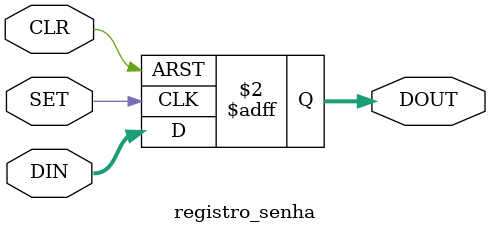
<source format=v>
module registro_senha(
	input wire SET,
	input wire CLR,
	input [6:0] DIN,
	output reg [6:0] DOUT
);

always @(posedge SET or posedge CLR)
begin
if (CLR)
	DOUT = 7'b 0000000;
else
	DOUT <= DIN;
end
endmodule
</source>
